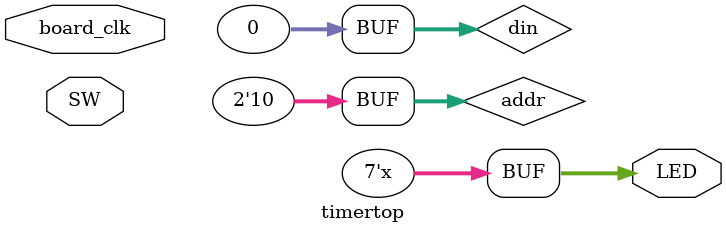
<source format=sv>
`timescale 1ns / 1ps
module timertop (
    LED,
    SW,
    board_clk
);
    output logic [6:0] LED;
    input logic [0:0] SW;
    input logic board_clk;

    logic reset;
    logic clk_50mhz, clk;
    logic [1:0] addr;
    logic rden, wren;
    logic [31:0] din;
    assign din = 0;
    assign addr = 2'b10;
    assign clk = clk_50mhz;
    
    logic [31:0] dout1, dout2, dout3, dout4, dout5, dout6, dout7;

    // generate a 50 MHz clk
    clk_wiz_0 clk_wiz0 (
        .clk_in1 (board_clk),
        .clk_out1(clk_50mhz)
    );

    logic swq1;

    // generate reset signal by synchronizing SW[0]
    always @(posedge clk) begin
        swq1  <= SW[0];
        reset <= swq1;
    end
   
    timer32 #(.PERIOD(0.125 * 50000000 - 1), .ENBIT(1))  T1 (.clk(clk), .reset(reset), .din(0), .dout(dout1), .wren(0), .rden(1), .addr(2'b10));
    timer32 #(.PERIOD(0.25 * 50000000 - 1),  .ENBIT(1))  T2 (.clk(clk), .reset(reset), .din(0), .dout(dout2), .wren(0), .rden(1), .addr(2'b10));
    timer32 #(.PERIOD(0.5 * 50000000 - 1), .ENBIT(1))  T3 (.clk(clk), .reset(reset), .din(0), .dout(dout3), .wren(0), .rden(1), .addr(2'b10));
    timer32 #(.PERIOD(1 * 50000000 - 1), .ENBIT(1)) T4 (.clk(clk), .reset(reset), .din(0), .dout(dout4), .wren(0), .rden(1), .addr(2'b10));
    timer32 #(.PERIOD(2 * 50000000 - 1), .ENBIT(1)) T5 (.clk(clk), .reset(reset), .din(0), .dout(dout5), .wren(0), .rden(1), .addr(2'b10));
    timer32 #(.PERIOD(4 * 50000000 - 1), .ENBIT(1)) T6 (.clk(clk), .reset(reset), .din(0), .dout(dout6), .wren(0), .rden(1), .addr(2'b10));
    timer32 #(.PERIOD(8 * 50000000 - 1), .ENBIT(1)) T7 (.clk(clk), .reset(reset), .din(0), .dout(dout7), .wren(0), .rden(1), .addr(2'b10));
    
    assign LED[0] = T1.dout[2];
    assign LED[1] = T2.dout[2];
    assign LED[2] = T3.dout[2];
    assign LED[3] = T4.dout[2];
    assign LED[4] = T5.dout[2];
    assign LED[5] = T6.dout[2];
    assign LED[6] = T7.dout[2];
    
    // fill in the rest of this module.
endmodule

</source>
